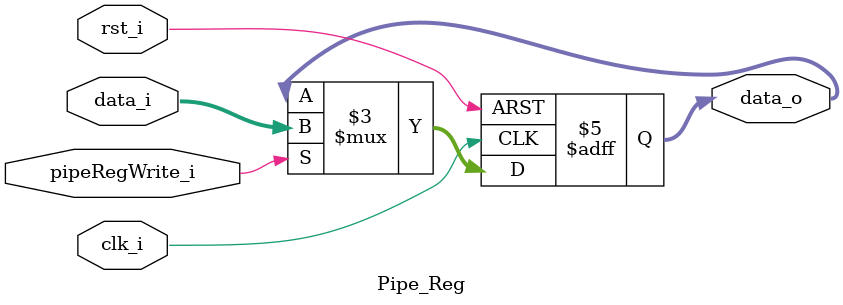
<source format=v>
module Pipe_Reg(
            rst_i,
			clk_i,
			pipeRegWrite_i,   
			data_i,
			data_o
);
					
parameter size = 0;
input                    rst_i;
input                    clk_i;		
input					 pipeRegWrite_i;  
input      [size-1: 0] data_i;
output reg [size-1: 0] data_o;
	  
always @(posedge clk_i or negedge  rst_i) begin
	if ( rst_i == 0 ) 
		data_o <= 0;
    else if ( pipeRegWrite_i )
    	data_o <= data_i;
    //else
    //	$display("%b", data_o);
end

endmodule	
</source>
